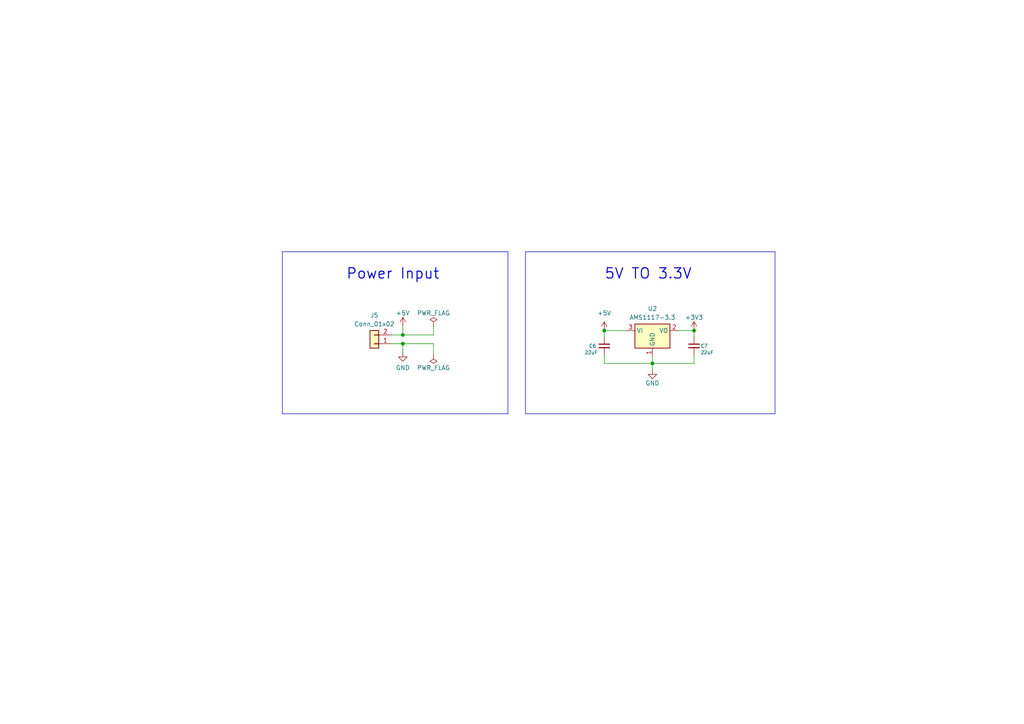
<source format=kicad_sch>
(kicad_sch (version 20230121) (generator eeschema)

  (uuid 271d3ecc-486a-4899-9be8-f2b091009d79)

  (paper "A4")

  (lib_symbols
    (symbol "AMS1117-3.3_1" (in_bom yes) (on_board yes)
      (property "Reference" "U" (at -3.81 3.175 0)
        (effects (font (size 1.27 1.27)))
      )
      (property "Value" "AMS1117-3.3" (at 0 3.175 0)
        (effects (font (size 1.27 1.27)) (justify left))
      )
      (property "Footprint" "Package_TO_SOT_SMD:SOT-223-3_TabPin2" (at 0 5.08 0)
        (effects (font (size 1.27 1.27)) hide)
      )
      (property "Datasheet" "http://www.advanced-monolithic.com/pdf/ds1117.pdf" (at 2.54 -6.35 0)
        (effects (font (size 1.27 1.27)) hide)
      )
      (property "ki_keywords" "linear regulator ldo fixed positive" (at 0 0 0)
        (effects (font (size 1.27 1.27)) hide)
      )
      (property "ki_description" "1A Low Dropout regulator, positive, 3.3V fixed output, SOT-223" (at 0 0 0)
        (effects (font (size 1.27 1.27)) hide)
      )
      (property "ki_fp_filters" "SOT?223*TabPin2*" (at 0 0 0)
        (effects (font (size 1.27 1.27)) hide)
      )
      (symbol "AMS1117-3.3_1_0_1"
        (rectangle (start -5.08 -5.08) (end 5.08 1.905)
          (stroke (width 0.254) (type default))
          (fill (type background))
        )
      )
      (symbol "AMS1117-3.3_1_1_1"
        (pin power_in line (at 0 -7.62 90) (length 2.54)
          (name "GND" (effects (font (size 1.27 1.27))))
          (number "1" (effects (font (size 1.27 1.27))))
        )
        (pin power_out line (at 7.62 0 180) (length 2.54)
          (name "VO" (effects (font (size 1.27 1.27))))
          (number "2" (effects (font (size 1.27 1.27))))
        )
        (pin power_in line (at -7.62 0 0) (length 2.54)
          (name "VI" (effects (font (size 1.27 1.27))))
          (number "3" (effects (font (size 1.27 1.27))))
        )
      )
    )
    (symbol "Connector_Generic:Conn_01x02" (pin_names (offset 1.016) hide) (in_bom yes) (on_board yes)
      (property "Reference" "J" (at 0 2.54 0)
        (effects (font (size 1.27 1.27)))
      )
      (property "Value" "Conn_01x02" (at 0 -5.08 0)
        (effects (font (size 1.27 1.27)))
      )
      (property "Footprint" "" (at 0 0 0)
        (effects (font (size 1.27 1.27)) hide)
      )
      (property "Datasheet" "~" (at 0 0 0)
        (effects (font (size 1.27 1.27)) hide)
      )
      (property "ki_keywords" "connector" (at 0 0 0)
        (effects (font (size 1.27 1.27)) hide)
      )
      (property "ki_description" "Generic connector, single row, 01x02, script generated (kicad-library-utils/schlib/autogen/connector/)" (at 0 0 0)
        (effects (font (size 1.27 1.27)) hide)
      )
      (property "ki_fp_filters" "Connector*:*_1x??_*" (at 0 0 0)
        (effects (font (size 1.27 1.27)) hide)
      )
      (symbol "Conn_01x02_1_1"
        (rectangle (start -1.27 -2.413) (end 0 -2.667)
          (stroke (width 0.1524) (type default))
          (fill (type none))
        )
        (rectangle (start -1.27 0.127) (end 0 -0.127)
          (stroke (width 0.1524) (type default))
          (fill (type none))
        )
        (rectangle (start -1.27 1.27) (end 1.27 -3.81)
          (stroke (width 0.254) (type default))
          (fill (type background))
        )
        (pin passive line (at -5.08 0 0) (length 3.81)
          (name "Pin_1" (effects (font (size 1.27 1.27))))
          (number "1" (effects (font (size 1.27 1.27))))
        )
        (pin passive line (at -5.08 -2.54 0) (length 3.81)
          (name "Pin_2" (effects (font (size 1.27 1.27))))
          (number "2" (effects (font (size 1.27 1.27))))
        )
      )
    )
    (symbol "Device:C_Small" (pin_numbers hide) (pin_names (offset 0.254) hide) (in_bom yes) (on_board yes)
      (property "Reference" "C" (at 0.254 1.778 0)
        (effects (font (size 1.27 1.27)) (justify left))
      )
      (property "Value" "C_Small" (at 0.254 -2.032 0)
        (effects (font (size 1.27 1.27)) (justify left))
      )
      (property "Footprint" "" (at 0 0 0)
        (effects (font (size 1.27 1.27)) hide)
      )
      (property "Datasheet" "~" (at 0 0 0)
        (effects (font (size 1.27 1.27)) hide)
      )
      (property "ki_keywords" "capacitor cap" (at 0 0 0)
        (effects (font (size 1.27 1.27)) hide)
      )
      (property "ki_description" "Unpolarized capacitor, small symbol" (at 0 0 0)
        (effects (font (size 1.27 1.27)) hide)
      )
      (property "ki_fp_filters" "C_*" (at 0 0 0)
        (effects (font (size 1.27 1.27)) hide)
      )
      (symbol "C_Small_0_1"
        (polyline
          (pts
            (xy -1.524 -0.508)
            (xy 1.524 -0.508)
          )
          (stroke (width 0.3302) (type default))
          (fill (type none))
        )
        (polyline
          (pts
            (xy -1.524 0.508)
            (xy 1.524 0.508)
          )
          (stroke (width 0.3048) (type default))
          (fill (type none))
        )
      )
      (symbol "C_Small_1_1"
        (pin passive line (at 0 2.54 270) (length 2.032)
          (name "~" (effects (font (size 1.27 1.27))))
          (number "1" (effects (font (size 1.27 1.27))))
        )
        (pin passive line (at 0 -2.54 90) (length 2.032)
          (name "~" (effects (font (size 1.27 1.27))))
          (number "2" (effects (font (size 1.27 1.27))))
        )
      )
    )
    (symbol "power:+3V3" (power) (pin_names (offset 0)) (in_bom yes) (on_board yes)
      (property "Reference" "#PWR" (at 0 -3.81 0)
        (effects (font (size 1.27 1.27)) hide)
      )
      (property "Value" "+3V3" (at 0 3.556 0)
        (effects (font (size 1.27 1.27)))
      )
      (property "Footprint" "" (at 0 0 0)
        (effects (font (size 1.27 1.27)) hide)
      )
      (property "Datasheet" "" (at 0 0 0)
        (effects (font (size 1.27 1.27)) hide)
      )
      (property "ki_keywords" "global power" (at 0 0 0)
        (effects (font (size 1.27 1.27)) hide)
      )
      (property "ki_description" "Power symbol creates a global label with name \"+3V3\"" (at 0 0 0)
        (effects (font (size 1.27 1.27)) hide)
      )
      (symbol "+3V3_0_1"
        (polyline
          (pts
            (xy -0.762 1.27)
            (xy 0 2.54)
          )
          (stroke (width 0) (type default))
          (fill (type none))
        )
        (polyline
          (pts
            (xy 0 0)
            (xy 0 2.54)
          )
          (stroke (width 0) (type default))
          (fill (type none))
        )
        (polyline
          (pts
            (xy 0 2.54)
            (xy 0.762 1.27)
          )
          (stroke (width 0) (type default))
          (fill (type none))
        )
      )
      (symbol "+3V3_1_1"
        (pin power_in line (at 0 0 90) (length 0) hide
          (name "+3V3" (effects (font (size 1.27 1.27))))
          (number "1" (effects (font (size 1.27 1.27))))
        )
      )
    )
    (symbol "power:+5V" (power) (pin_names (offset 0)) (in_bom yes) (on_board yes)
      (property "Reference" "#PWR" (at 0 -3.81 0)
        (effects (font (size 1.27 1.27)) hide)
      )
      (property "Value" "+5V" (at 0 3.556 0)
        (effects (font (size 1.27 1.27)))
      )
      (property "Footprint" "" (at 0 0 0)
        (effects (font (size 1.27 1.27)) hide)
      )
      (property "Datasheet" "" (at 0 0 0)
        (effects (font (size 1.27 1.27)) hide)
      )
      (property "ki_keywords" "global power" (at 0 0 0)
        (effects (font (size 1.27 1.27)) hide)
      )
      (property "ki_description" "Power symbol creates a global label with name \"+5V\"" (at 0 0 0)
        (effects (font (size 1.27 1.27)) hide)
      )
      (symbol "+5V_0_1"
        (polyline
          (pts
            (xy -0.762 1.27)
            (xy 0 2.54)
          )
          (stroke (width 0) (type default))
          (fill (type none))
        )
        (polyline
          (pts
            (xy 0 0)
            (xy 0 2.54)
          )
          (stroke (width 0) (type default))
          (fill (type none))
        )
        (polyline
          (pts
            (xy 0 2.54)
            (xy 0.762 1.27)
          )
          (stroke (width 0) (type default))
          (fill (type none))
        )
      )
      (symbol "+5V_1_1"
        (pin power_in line (at 0 0 90) (length 0) hide
          (name "+5V" (effects (font (size 1.27 1.27))))
          (number "1" (effects (font (size 1.27 1.27))))
        )
      )
    )
    (symbol "power:GND" (power) (pin_names (offset 0)) (in_bom yes) (on_board yes)
      (property "Reference" "#PWR" (at 0 -6.35 0)
        (effects (font (size 1.27 1.27)) hide)
      )
      (property "Value" "GND" (at 0 -3.81 0)
        (effects (font (size 1.27 1.27)))
      )
      (property "Footprint" "" (at 0 0 0)
        (effects (font (size 1.27 1.27)) hide)
      )
      (property "Datasheet" "" (at 0 0 0)
        (effects (font (size 1.27 1.27)) hide)
      )
      (property "ki_keywords" "global power" (at 0 0 0)
        (effects (font (size 1.27 1.27)) hide)
      )
      (property "ki_description" "Power symbol creates a global label with name \"GND\" , ground" (at 0 0 0)
        (effects (font (size 1.27 1.27)) hide)
      )
      (symbol "GND_0_1"
        (polyline
          (pts
            (xy 0 0)
            (xy 0 -1.27)
            (xy 1.27 -1.27)
            (xy 0 -2.54)
            (xy -1.27 -1.27)
            (xy 0 -1.27)
          )
          (stroke (width 0) (type default))
          (fill (type none))
        )
      )
      (symbol "GND_1_1"
        (pin power_in line (at 0 0 270) (length 0) hide
          (name "GND" (effects (font (size 1.27 1.27))))
          (number "1" (effects (font (size 1.27 1.27))))
        )
      )
    )
    (symbol "power:PWR_FLAG" (power) (pin_numbers hide) (pin_names (offset 0) hide) (in_bom yes) (on_board yes)
      (property "Reference" "#FLG" (at 0 1.905 0)
        (effects (font (size 1.27 1.27)) hide)
      )
      (property "Value" "PWR_FLAG" (at 0 3.81 0)
        (effects (font (size 1.27 1.27)))
      )
      (property "Footprint" "" (at 0 0 0)
        (effects (font (size 1.27 1.27)) hide)
      )
      (property "Datasheet" "~" (at 0 0 0)
        (effects (font (size 1.27 1.27)) hide)
      )
      (property "ki_keywords" "flag power" (at 0 0 0)
        (effects (font (size 1.27 1.27)) hide)
      )
      (property "ki_description" "Special symbol for telling ERC where power comes from" (at 0 0 0)
        (effects (font (size 1.27 1.27)) hide)
      )
      (symbol "PWR_FLAG_0_0"
        (pin power_out line (at 0 0 90) (length 0)
          (name "pwr" (effects (font (size 1.27 1.27))))
          (number "1" (effects (font (size 1.27 1.27))))
        )
      )
      (symbol "PWR_FLAG_0_1"
        (polyline
          (pts
            (xy 0 0)
            (xy 0 1.27)
            (xy -1.016 1.905)
            (xy 0 2.54)
            (xy 1.016 1.905)
            (xy 0 1.27)
          )
          (stroke (width 0) (type default))
          (fill (type none))
        )
      )
    )
  )

  (junction (at 189.23 105.41) (diameter 0) (color 0 0 0 0)
    (uuid 1e4a74a1-d513-4f2f-a281-45868eca5200)
  )
  (junction (at 175.26 95.885) (diameter 0) (color 0 0 0 0)
    (uuid 42c9ea60-a5ae-482c-b4d2-60c247eeda32)
  )
  (junction (at 201.295 95.885) (diameter 0) (color 0 0 0 0)
    (uuid 62d1b4e4-9a15-4198-8b15-ac12edf65281)
  )
  (junction (at 116.84 99.695) (diameter 0) (color 0 0 0 0)
    (uuid 6605dea5-0292-49c8-a08d-2021036e27d4)
  )
  (junction (at 116.84 97.155) (diameter 0) (color 0 0 0 0)
    (uuid 8726e416-28dc-43fd-93c8-f6e6c8eb7885)
  )

  (wire (pts (xy 125.73 99.695) (xy 116.84 99.695))
    (stroke (width 0) (type default))
    (uuid 0fb10e65-32ad-4871-9f5e-900aa2fc73b6)
  )
  (wire (pts (xy 175.26 95.885) (xy 175.26 97.79))
    (stroke (width 0) (type default))
    (uuid 17d22b3f-4c26-4e06-ae4f-1ea3e7ab88ed)
  )
  (polyline (pts (xy 224.79 120.015) (xy 224.79 73.025))
    (stroke (width 0) (type default))
    (uuid 287a37ff-e8fc-4253-af43-d6b6edcc4789)
  )

  (wire (pts (xy 196.85 95.885) (xy 201.295 95.885))
    (stroke (width 0) (type default))
    (uuid 4698c717-dc55-4763-bafd-d1421aa9121a)
  )
  (polyline (pts (xy 152.4 73.025) (xy 224.79 73.025))
    (stroke (width 0) (type default))
    (uuid 493592c3-62b6-49a7-a33b-fb2a928a71ce)
  )
  (polyline (pts (xy 152.4 73.025) (xy 152.4 120.015))
    (stroke (width 0) (type default))
    (uuid 5fd3cd56-6441-4f1d-9822-5b46d4747207)
  )

  (wire (pts (xy 125.73 94.615) (xy 125.73 97.155))
    (stroke (width 0) (type default))
    (uuid 61d1f209-ea7c-4e19-856e-0fd70ed1971d)
  )
  (polyline (pts (xy 152.4 120.015) (xy 224.79 120.015))
    (stroke (width 0) (type default))
    (uuid 681683fc-38e1-42ee-a69f-68283fccc2a9)
  )

  (wire (pts (xy 175.26 105.41) (xy 189.23 105.41))
    (stroke (width 0) (type default))
    (uuid 6bf1395d-abfc-4043-abc2-51c202498d6f)
  )
  (wire (pts (xy 175.26 95.885) (xy 181.61 95.885))
    (stroke (width 0) (type default))
    (uuid 6dba4964-ce56-4d9c-866e-ebfc8aeb1e26)
  )
  (polyline (pts (xy 147.32 73.025) (xy 81.915 73.025))
    (stroke (width 0) (type default))
    (uuid 7f3cf79a-59ad-48e7-8c7c-6fda35cd996c)
  )

  (wire (pts (xy 125.73 97.155) (xy 116.84 97.155))
    (stroke (width 0) (type default))
    (uuid 7f7ffdda-7098-4f0b-9b00-28cb98559b09)
  )
  (wire (pts (xy 113.665 99.695) (xy 116.84 99.695))
    (stroke (width 0) (type default))
    (uuid 7f9031e4-1aa8-4e37-b536-d28bf1a21d1a)
  )
  (wire (pts (xy 175.26 102.87) (xy 175.26 105.41))
    (stroke (width 0) (type default))
    (uuid 88de8fa9-223f-45a9-9e0f-86daeb27c52f)
  )
  (wire (pts (xy 125.73 102.87) (xy 125.73 99.695))
    (stroke (width 0) (type default))
    (uuid 8c08e57e-65c1-40ac-bc25-28cfba49121a)
  )
  (wire (pts (xy 189.23 105.41) (xy 201.295 105.41))
    (stroke (width 0) (type default))
    (uuid 93142925-0df5-4bde-8876-0fe3e66df506)
  )
  (wire (pts (xy 116.84 97.155) (xy 113.665 97.155))
    (stroke (width 0) (type default))
    (uuid 9973162c-5086-4467-b4e6-101f0ec6cf71)
  )
  (wire (pts (xy 116.84 99.695) (xy 116.84 102.235))
    (stroke (width 0) (type default))
    (uuid 9c1a3740-8470-4490-9fa5-2dfc171a822b)
  )
  (polyline (pts (xy 81.915 120.015) (xy 147.32 120.015))
    (stroke (width 0) (type default))
    (uuid aa1a3c74-7ba5-4286-b62e-42f089868fc3)
  )

  (wire (pts (xy 116.84 94.615) (xy 116.84 97.155))
    (stroke (width 0) (type default))
    (uuid ae81fe4c-107e-4f79-87ff-f800f93be3d9)
  )
  (wire (pts (xy 201.295 95.885) (xy 201.295 97.79))
    (stroke (width 0) (type default))
    (uuid b84f6a0f-96ba-4456-8d06-dcf38638f10f)
  )
  (wire (pts (xy 189.23 105.41) (xy 189.23 107.315))
    (stroke (width 0) (type default))
    (uuid bfb4acca-32a1-44e2-b5ba-533837a79a45)
  )
  (polyline (pts (xy 147.32 120.015) (xy 147.32 73.025))
    (stroke (width 0) (type default))
    (uuid efe643c0-2733-481a-9615-f63e6efe8c33)
  )
  (polyline (pts (xy 81.915 73.025) (xy 81.915 120.015))
    (stroke (width 0) (type default))
    (uuid f1a2f07f-83d2-42f0-81c4-0d7b6ae401f3)
  )

  (wire (pts (xy 189.23 103.505) (xy 189.23 105.41))
    (stroke (width 0) (type default))
    (uuid f2ba203d-5b19-4412-9054-5cd7567b52bd)
  )
  (wire (pts (xy 201.295 102.87) (xy 201.295 105.41))
    (stroke (width 0) (type default))
    (uuid fe3a02a9-360d-4b87-aeb7-15200e323949)
  )

  (text "Power Input\n" (at 100.33 81.28 0)
    (effects (font (size 3 3) (thickness 0.3) bold) (justify left bottom))
    (uuid 6aa78686-25ec-4119-bfa5-f73638a0e166)
  )
  (text "5V TO 3.3V\n" (at 175.26 81.28 0)
    (effects (font (size 3 3) (thickness 0.3) bold) (justify left bottom))
    (uuid f3f0e7ac-3842-4ecc-bb55-7c0c23594638)
  )

  (symbol (lib_id "power:+5V") (at 116.84 94.615 0) (unit 1)
    (in_bom yes) (on_board yes) (dnp no)
    (uuid 003f93c0-2e7c-4613-b5b9-e77ed0429bfe)
    (property "Reference" "#PWR012" (at 116.84 98.425 0)
      (effects (font (size 1.27 1.27)) hide)
    )
    (property "Value" "+5V" (at 116.84 90.805 0)
      (effects (font (size 1.27 1.27)))
    )
    (property "Footprint" "" (at 116.84 94.615 0)
      (effects (font (size 1.27 1.27)) hide)
    )
    (property "Datasheet" "" (at 116.84 94.615 0)
      (effects (font (size 1.27 1.27)) hide)
    )
    (pin "1" (uuid 7d534326-25ef-4114-8e43-60b667533b28))
    (instances
      (project "MoodLamp"
        (path "/e63e39d7-6ac0-4ffd-8aa3-1841a4541b55/116c8b06-fbae-4313-ba9b-114da86d9aa2"
          (reference "#PWR012") (unit 1)
        )
      )
    )
  )

  (symbol (lib_id "Connector_Generic:Conn_01x02") (at 108.585 99.695 180) (unit 1)
    (in_bom yes) (on_board yes) (dnp no) (fields_autoplaced)
    (uuid 20857670-b769-4cfd-9703-bfe78ef3fb60)
    (property "Reference" "J5" (at 108.585 91.44 0)
      (effects (font (size 1.27 1.27)))
    )
    (property "Value" "Conn_01x02" (at 108.585 93.98 0)
      (effects (font (size 1.27 1.27)))
    )
    (property "Footprint" "Connector_PinHeader_2.54mm:PinHeader_1x02_P2.54mm_Vertical" (at 108.585 99.695 0)
      (effects (font (size 1.27 1.27)) hide)
    )
    (property "Datasheet" "~" (at 108.585 99.695 0)
      (effects (font (size 1.27 1.27)) hide)
    )
    (pin "1" (uuid ec37928a-fb0d-4837-b831-78d712044700))
    (pin "2" (uuid 77ac8eeb-17b5-4027-83ed-679750fd5b38))
    (instances
      (project "MoodLamp"
        (path "/e63e39d7-6ac0-4ffd-8aa3-1841a4541b55/116c8b06-fbae-4313-ba9b-114da86d9aa2"
          (reference "J5") (unit 1)
        )
      )
    )
  )

  (symbol (lib_id "power:PWR_FLAG") (at 125.73 102.87 180) (unit 1)
    (in_bom yes) (on_board yes) (dnp no)
    (uuid 55624f78-5ebe-4f10-a083-8dcd0cbc2df6)
    (property "Reference" "#FLG02" (at 125.73 104.775 0)
      (effects (font (size 1.27 1.27)) hide)
    )
    (property "Value" "PWR_FLAG" (at 125.73 106.68 0)
      (effects (font (size 1.27 1.27)))
    )
    (property "Footprint" "" (at 125.73 102.87 0)
      (effects (font (size 1.27 1.27)) hide)
    )
    (property "Datasheet" "~" (at 125.73 102.87 0)
      (effects (font (size 1.27 1.27)) hide)
    )
    (pin "1" (uuid ba58969a-c6dc-44a2-8c3b-55d3d9cacbce))
    (instances
      (project "MoodLamp"
        (path "/e63e39d7-6ac0-4ffd-8aa3-1841a4541b55/116c8b06-fbae-4313-ba9b-114da86d9aa2"
          (reference "#FLG02") (unit 1)
        )
      )
    )
  )

  (symbol (lib_id "power:PWR_FLAG") (at 125.73 94.615 0) (unit 1)
    (in_bom yes) (on_board yes) (dnp no)
    (uuid 77662d88-9d53-4ee2-8175-b394a17af40c)
    (property "Reference" "#FLG01" (at 125.73 92.71 0)
      (effects (font (size 1.27 1.27)) hide)
    )
    (property "Value" "PWR_FLAG" (at 125.73 90.805 0)
      (effects (font (size 1.27 1.27)))
    )
    (property "Footprint" "" (at 125.73 94.615 0)
      (effects (font (size 1.27 1.27)) hide)
    )
    (property "Datasheet" "~" (at 125.73 94.615 0)
      (effects (font (size 1.27 1.27)) hide)
    )
    (pin "1" (uuid 577f1145-455f-4a28-b6c7-3cef79f4ef82))
    (instances
      (project "MoodLamp"
        (path "/e63e39d7-6ac0-4ffd-8aa3-1841a4541b55/116c8b06-fbae-4313-ba9b-114da86d9aa2"
          (reference "#FLG01") (unit 1)
        )
      )
    )
  )

  (symbol (lib_id "power:GND") (at 189.23 107.315 0) (unit 1)
    (in_bom yes) (on_board yes) (dnp no)
    (uuid 7f09a639-e0db-41f1-9548-aebd30e4fe6e)
    (property "Reference" "#PWR015" (at 189.23 113.665 0)
      (effects (font (size 1.27 1.27)) hide)
    )
    (property "Value" "GND" (at 189.23 111.125 0)
      (effects (font (size 1.27 1.27)))
    )
    (property "Footprint" "" (at 189.23 107.315 0)
      (effects (font (size 1.27 1.27)) hide)
    )
    (property "Datasheet" "" (at 189.23 107.315 0)
      (effects (font (size 1.27 1.27)) hide)
    )
    (pin "1" (uuid d99b26b6-47f0-4b27-ac5e-3438ce1acbdb))
    (instances
      (project "MoodLamp"
        (path "/e63e39d7-6ac0-4ffd-8aa3-1841a4541b55/116c8b06-fbae-4313-ba9b-114da86d9aa2"
          (reference "#PWR015") (unit 1)
        )
      )
    )
  )

  (symbol (lib_id "Device:C_Small") (at 201.295 100.33 0) (unit 1)
    (in_bom yes) (on_board yes) (dnp no)
    (uuid 9c5abed5-240e-4119-95ff-b7472376f3c7)
    (property "Reference" "C7" (at 203.2 100.33 0)
      (effects (font (size 0.9906 0.9906)) (justify left))
    )
    (property "Value" "22uF" (at 203.2 102.235 0)
      (effects (font (size 0.9906 0.9906)) (justify left))
    )
    (property "Footprint" "Capacitor_SMD:C_1206_3216Metric" (at 201.295 100.33 0)
      (effects (font (size 1.27 1.27)) hide)
    )
    (property "Datasheet" "~" (at 201.295 100.33 0)
      (effects (font (size 1.27 1.27)) hide)
    )
    (property "MPN" "CL31A226KPHNNNE" (at 201.295 100.33 0)
      (effects (font (size 1.27 1.27)) hide)
    )
    (property "Vendor" "JLCPCB" (at 201.295 100.33 0)
      (effects (font (size 1.27 1.27)) hide)
    )
    (pin "1" (uuid 0de3969d-6691-440d-b020-fbc53ddf46bf))
    (pin "2" (uuid 612a3644-b4e0-4f1c-a137-95a8bc8953f6))
    (instances
      (project "MoodLamp"
        (path "/e63e39d7-6ac0-4ffd-8aa3-1841a4541b55/116c8b06-fbae-4313-ba9b-114da86d9aa2"
          (reference "C7") (unit 1)
        )
      )
    )
  )

  (symbol (lib_id "Device:C_Small") (at 175.26 100.33 0) (unit 1)
    (in_bom yes) (on_board yes) (dnp no)
    (uuid a5996a63-332e-4e06-b8e2-4b58378844d9)
    (property "Reference" "C6" (at 170.815 100.33 0)
      (effects (font (size 0.9906 0.9906)) (justify left))
    )
    (property "Value" "22uF" (at 169.545 102.235 0)
      (effects (font (size 0.9906 0.9906)) (justify left))
    )
    (property "Footprint" "Capacitor_SMD:C_1206_3216Metric" (at 175.26 100.33 0)
      (effects (font (size 1.27 1.27)) hide)
    )
    (property "Datasheet" "~" (at 175.26 100.33 0)
      (effects (font (size 1.27 1.27)) hide)
    )
    (property "MPN" "CL31A226KPHNNNE" (at 175.26 100.33 0)
      (effects (font (size 1.27 1.27)) hide)
    )
    (property "Vendor" "JLCPCB" (at 175.26 100.33 0)
      (effects (font (size 1.27 1.27)) hide)
    )
    (pin "1" (uuid 7645dd6e-8142-4d21-8835-b87184a18de6))
    (pin "2" (uuid 8a92725f-d230-42b1-8fc4-18b709f01ffd))
    (instances
      (project "MoodLamp"
        (path "/e63e39d7-6ac0-4ffd-8aa3-1841a4541b55/116c8b06-fbae-4313-ba9b-114da86d9aa2"
          (reference "C6") (unit 1)
        )
      )
    )
  )

  (symbol (lib_id "power:GND") (at 116.84 102.235 0) (unit 1)
    (in_bom yes) (on_board yes) (dnp no) (fields_autoplaced)
    (uuid ac7e0dac-17eb-472e-a7c7-3330770172b3)
    (property "Reference" "#PWR013" (at 116.84 108.585 0)
      (effects (font (size 1.27 1.27)) hide)
    )
    (property "Value" "GND" (at 116.84 106.68 0)
      (effects (font (size 1.27 1.27)))
    )
    (property "Footprint" "" (at 116.84 102.235 0)
      (effects (font (size 1.27 1.27)) hide)
    )
    (property "Datasheet" "" (at 116.84 102.235 0)
      (effects (font (size 1.27 1.27)) hide)
    )
    (pin "1" (uuid 224860c1-4a4d-4d70-9f86-3d11d44f92fe))
    (instances
      (project "MoodLamp"
        (path "/e63e39d7-6ac0-4ffd-8aa3-1841a4541b55/116c8b06-fbae-4313-ba9b-114da86d9aa2"
          (reference "#PWR013") (unit 1)
        )
      )
    )
  )

  (symbol (lib_id "power:+3V3") (at 201.295 95.885 0) (unit 1)
    (in_bom yes) (on_board yes) (dnp no) (fields_autoplaced)
    (uuid b4acd9d4-551c-420a-a01d-73b3a9040e01)
    (property "Reference" "#PWR016" (at 201.295 99.695 0)
      (effects (font (size 1.27 1.27)) hide)
    )
    (property "Value" "+3V3" (at 201.295 92.075 0)
      (effects (font (size 1.27 1.27)))
    )
    (property "Footprint" "" (at 201.295 95.885 0)
      (effects (font (size 1.27 1.27)) hide)
    )
    (property "Datasheet" "" (at 201.295 95.885 0)
      (effects (font (size 1.27 1.27)) hide)
    )
    (pin "1" (uuid c5f65bd0-e0c7-49e6-afaa-ba1740b63ff3))
    (instances
      (project "MoodLamp"
        (path "/e63e39d7-6ac0-4ffd-8aa3-1841a4541b55/116c8b06-fbae-4313-ba9b-114da86d9aa2"
          (reference "#PWR016") (unit 1)
        )
      )
    )
  )

  (symbol (lib_name "AMS1117-3.3_1") (lib_id "Regulator_Linear:AMS1117-3.3") (at 189.23 95.885 0) (unit 1)
    (in_bom yes) (on_board yes) (dnp no) (fields_autoplaced)
    (uuid dd9c92c6-2bc3-4952-8496-fce8cf328e87)
    (property "Reference" "U2" (at 189.23 89.535 0)
      (effects (font (size 1.27 1.27)))
    )
    (property "Value" "AMS1117-3.3" (at 189.23 92.075 0)
      (effects (font (size 1.27 1.27)))
    )
    (property "Footprint" "Package_TO_SOT_SMD:SOT-223-3_TabPin2" (at 189.23 90.805 0)
      (effects (font (size 1.27 1.27)) hide)
    )
    (property "Datasheet" "http://www.advanced-monolithic.com/pdf/ds1117.pdf" (at 191.77 102.235 0)
      (effects (font (size 1.27 1.27)) hide)
    )
    (property "MPN" "AMS1117-3.3" (at 189.23 95.885 0)
      (effects (font (size 1.27 1.27)) hide)
    )
    (property "Vendor" "JLCPCB" (at 189.23 95.885 0)
      (effects (font (size 1.27 1.27)) hide)
    )
    (pin "1" (uuid 6977c91e-e71d-4342-85aa-0900b60f7cef))
    (pin "2" (uuid 16d4cb64-370e-4554-83bf-e90d30b11e33))
    (pin "3" (uuid ec75dde0-d198-4325-a9b8-12cabd8c62f2))
    (instances
      (project "MoodLamp"
        (path "/e63e39d7-6ac0-4ffd-8aa3-1841a4541b55/116c8b06-fbae-4313-ba9b-114da86d9aa2"
          (reference "U2") (unit 1)
        )
      )
    )
  )

  (symbol (lib_id "power:+5V") (at 175.26 95.885 0) (mirror y) (unit 1)
    (in_bom yes) (on_board yes) (dnp no) (fields_autoplaced)
    (uuid f1d76c0a-c7d1-4dc1-8c41-5ce7a9926b94)
    (property "Reference" "#PWR014" (at 175.26 99.695 0)
      (effects (font (size 1.27 1.27)) hide)
    )
    (property "Value" "+5V" (at 175.26 90.805 0)
      (effects (font (size 1.27 1.27)))
    )
    (property "Footprint" "" (at 175.26 95.885 0)
      (effects (font (size 1.27 1.27)) hide)
    )
    (property "Datasheet" "" (at 175.26 95.885 0)
      (effects (font (size 1.27 1.27)) hide)
    )
    (pin "1" (uuid 50fa1f7d-7d71-4d01-b563-a8c34163b747))
    (instances
      (project "MoodLamp"
        (path "/e63e39d7-6ac0-4ffd-8aa3-1841a4541b55/116c8b06-fbae-4313-ba9b-114da86d9aa2"
          (reference "#PWR014") (unit 1)
        )
      )
    )
  )
)

</source>
